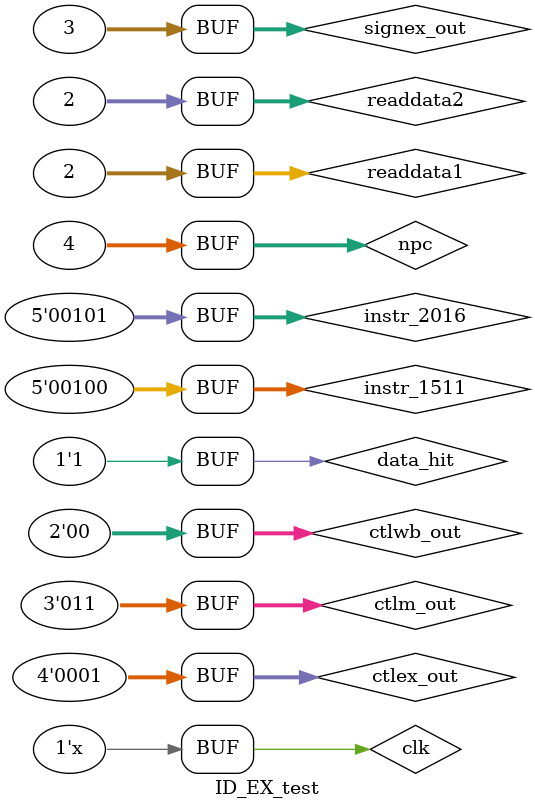
<source format=v>
`timescale 1ns / 1ps


module ID_EX_test;

	// Inputs
	reg clk;
	reg data_hit;
	reg [1:0] ctlwb_out;
	reg [2:0] ctlm_out;
	reg [3:0] ctlex_out;
	reg [31:0] npc;
	reg [31:0] readdata1;
	reg [31:0] readdata2;
	reg [31:0] signex_out;
	reg [4:0] instr_2016;
	reg [4:0] instr_1511;

	// Outputs
	wire [1:0] wb_ctlout;
	wire [2:0] m_ctlout;
	wire [3:0] ex_ctlout;
	wire [31:0] npcout;
	wire [31:0] rdata1out;
	wire [31:0] rdata2out;
	wire [31:0] s_extendout;
	wire [4:0] instrout_2016;
	wire [4:0] instrout_1511;

	// Instantiate the Unit Under Test (UUT)
	ID_EX uut (
		.clk(clk), 
		.data_hit(data_hit), 
		.ctlwb_out(ctlwb_out), 
		.ctlm_out(ctlm_out), 
		.ctlex_out(ctlex_out), 
		.npc(npc), 
		.readdata1(readdata1), 
		.readdata2(readdata2), 
		.signex_out(signex_out), 
		.instr_2016(instr_2016), 
		.instr_1511(instr_1511), 
		.wb_ctlout(wb_ctlout), 
		.m_ctlout(m_ctlout), 
		.ex_ctlout(ex_ctlout), 
		.npcout(npcout), 
		.rdata1out(rdata1out), 
		.rdata2out(rdata2out), 
		.s_extendout(s_extendout), 
		.instrout_2016(instrout_2016), 
		.instrout_1511(instrout_1511)
	);

	initial begin
		// Initialize Inputs
		clk = 0;
		data_hit = 1;
		ctlwb_out = 4;
		ctlm_out = 0;
		ctlex_out = 3;
		npc = 0;
		readdata1 = 4;
		readdata2 = 5;
		signex_out = 2;
		instr_2016 = 5;
		instr_1511 = 0;

		// Wait 100 ns for global reset to finish
		#100;
		data_hit = 0;
		ctlwb_out = 4;
		ctlm_out = 3;
		ctlex_out = 1;
		npc = 4;
		readdata1 = 4;
		readdata2 = 2;
		signex_out = 2;
		instr_2016 = 5;
		instr_1511 = 1;
		
		#100;
		data_hit = 1;
		ctlwb_out = 4;
		ctlm_out = 3;
		ctlex_out = 1;
		npc = 4;
		readdata1 = 2;
		readdata2 = 2;
		signex_out = 3;
		instr_2016 = 5;
		instr_1511 = 4;
		
        
		// Add stimulus here

	end
	always
	begin
		#50
		clk = ~clk;
	end
      
      
endmodule


</source>
